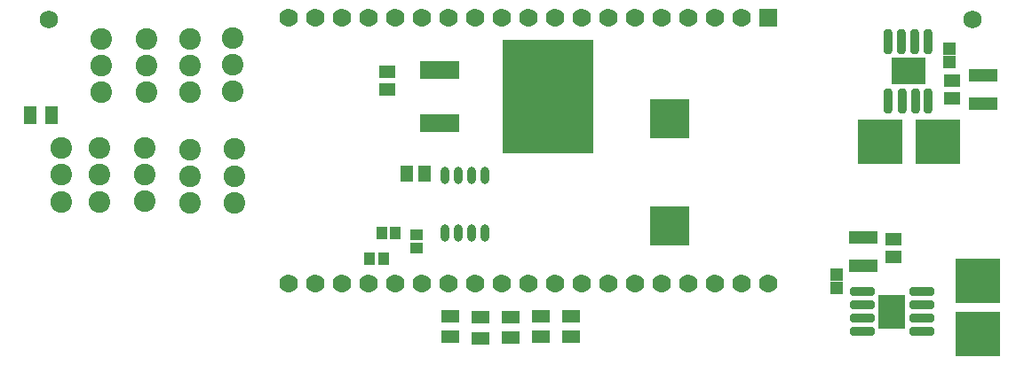
<source format=gbs>
G04*
G04 #@! TF.GenerationSoftware,Altium Limited,Altium Designer,22.5.1 (42)*
G04*
G04 Layer_Color=16711935*
%FSLAX44Y44*%
%MOMM*%
G71*
G04*
G04 #@! TF.SameCoordinates,CACD2641-2831-44B8-A32A-C0E418E96BB6*
G04*
G04*
G04 #@! TF.FilePolarity,Negative*
G04*
G01*
G75*
%ADD20R,1.2032X1.1032*%
%ADD22R,1.6032X1.2032*%
%ADD23C,2.0632*%
%ADD24R,1.7632X1.7632*%
%ADD25C,1.7632*%
%ADD26C,1.7272*%
%ADD48R,1.1032X1.2032*%
%ADD49R,1.6532X1.1532*%
%ADD50R,3.3032X2.6032*%
G04:AMPARAMS|DCode=51|XSize=2.3532mm|YSize=0.8032mm|CornerRadius=0.2516mm|HoleSize=0mm|Usage=FLASHONLY|Rotation=270.000|XOffset=0mm|YOffset=0mm|HoleType=Round|Shape=RoundedRectangle|*
%AMROUNDEDRECTD51*
21,1,2.3532,0.3000,0,0,270.0*
21,1,1.8500,0.8032,0,0,270.0*
1,1,0.5032,-0.1500,-0.9250*
1,1,0.5032,-0.1500,0.9250*
1,1,0.5032,0.1500,0.9250*
1,1,0.5032,0.1500,-0.9250*
%
%ADD51ROUNDEDRECTD51*%
%ADD52R,4.2032X4.2032*%
%ADD53R,2.8032X1.3032*%
%ADD54R,8.7032X10.8532*%
%ADD55R,3.7032X1.6532*%
%ADD56R,1.2032X1.3032*%
%ADD57R,1.1532X1.6532*%
%ADD58R,1.2032X1.6032*%
%ADD59O,0.8032X1.6532*%
%ADD60R,3.7032X3.7032*%
G04:AMPARAMS|DCode=61|XSize=2.3532mm|YSize=0.8032mm|CornerRadius=0.2516mm|HoleSize=0mm|Usage=FLASHONLY|Rotation=0.000|XOffset=0mm|YOffset=0mm|HoleType=Round|Shape=RoundedRectangle|*
%AMROUNDEDRECTD61*
21,1,2.3532,0.3000,0,0,0.0*
21,1,1.8500,0.8032,0,0,0.0*
1,1,0.5032,0.9250,-0.1500*
1,1,0.5032,-0.9250,-0.1500*
1,1,0.5032,-0.9250,0.1500*
1,1,0.5032,0.9250,0.1500*
%
%ADD61ROUNDEDRECTD61*%
%ADD62R,2.6032X3.3032*%
D20*
X863600Y692300D02*
D03*
Y679300D02*
D03*
D22*
X1374220Y822168D02*
D03*
Y839167D02*
D03*
X835580Y830970D02*
D03*
Y847970D02*
D03*
X1318180Y670950D02*
D03*
Y687950D02*
D03*
D23*
X604520Y775200D02*
D03*
Y749550D02*
D03*
Y723900D02*
D03*
X561340Y774950D02*
D03*
Y723650D02*
D03*
Y749300D02*
D03*
X524510Y774950D02*
D03*
Y723650D02*
D03*
Y749300D02*
D03*
X688340Y829060D02*
D03*
Y880360D02*
D03*
Y854710D02*
D03*
X689610Y773930D02*
D03*
Y748280D02*
D03*
Y722630D02*
D03*
X647700Y773510D02*
D03*
Y747860D02*
D03*
Y722210D02*
D03*
Y828040D02*
D03*
Y879340D02*
D03*
Y853690D02*
D03*
X605790Y828040D02*
D03*
Y853690D02*
D03*
Y879340D02*
D03*
X562610Y828040D02*
D03*
Y853690D02*
D03*
Y879340D02*
D03*
D24*
X1198880Y899160D02*
D03*
D25*
X1173480D02*
D03*
X741680D02*
D03*
X1148080D02*
D03*
X1122680D02*
D03*
X1097280D02*
D03*
X1071880D02*
D03*
X1046480D02*
D03*
X1021080D02*
D03*
X995680D02*
D03*
X970280D02*
D03*
X944880D02*
D03*
X919480D02*
D03*
X894080D02*
D03*
X868680D02*
D03*
X843280D02*
D03*
X817880D02*
D03*
X792480D02*
D03*
X767080D02*
D03*
X1198880Y645160D02*
D03*
X1173480D02*
D03*
X1148080D02*
D03*
X1122680D02*
D03*
X1097280D02*
D03*
X1071880D02*
D03*
X1046480D02*
D03*
X1021080D02*
D03*
X995680D02*
D03*
X970280D02*
D03*
X944880D02*
D03*
X919480D02*
D03*
X894080D02*
D03*
X868680D02*
D03*
X843280D02*
D03*
X817880D02*
D03*
X792480D02*
D03*
X767080D02*
D03*
X741680D02*
D03*
D26*
X1393190Y897890D02*
D03*
X513080D02*
D03*
D48*
X843430Y693420D02*
D03*
X830430D02*
D03*
X832000Y669290D02*
D03*
X819000D02*
D03*
D49*
X924560Y593250D02*
D03*
Y613250D02*
D03*
X1010920Y594520D02*
D03*
Y614520D02*
D03*
X981710Y594520D02*
D03*
Y614520D02*
D03*
X953616Y593404D02*
D03*
Y613404D02*
D03*
X895350Y594520D02*
D03*
Y614520D02*
D03*
D50*
X1332757Y848360D02*
D03*
D51*
X1351607Y820110D02*
D03*
X1339007D02*
D03*
X1326257D02*
D03*
X1313507D02*
D03*
X1326207Y876610D02*
D03*
X1313507D02*
D03*
X1338907D02*
D03*
X1351607D02*
D03*
D52*
X1398270Y596900D02*
D03*
X1360170Y781050D02*
D03*
X1305560D02*
D03*
X1398270Y647700D02*
D03*
D53*
X1403350Y844550D02*
D03*
Y817550D02*
D03*
X1289050Y662140D02*
D03*
Y689140D02*
D03*
D54*
X988960Y824230D02*
D03*
D55*
X885960Y849630D02*
D03*
Y798830D02*
D03*
D56*
X1371600Y869950D02*
D03*
Y856950D02*
D03*
X1263650Y641050D02*
D03*
Y654050D02*
D03*
D57*
X515460Y806450D02*
D03*
X495460D02*
D03*
D58*
X853830Y750650D02*
D03*
X870830D02*
D03*
D59*
X928370Y694110D02*
D03*
X902970D02*
D03*
X890270D02*
D03*
X928370Y748610D02*
D03*
X915670D02*
D03*
X902970D02*
D03*
X890270D02*
D03*
X915670Y694110D02*
D03*
D60*
X1104900Y700169D02*
D03*
Y802640D02*
D03*
D61*
X1288430Y637490D02*
D03*
Y624790D02*
D03*
Y599390D02*
D03*
Y612090D02*
D03*
X1344930Y599390D02*
D03*
Y612140D02*
D03*
Y624890D02*
D03*
Y637490D02*
D03*
D62*
X1316680Y618640D02*
D03*
M02*

</source>
